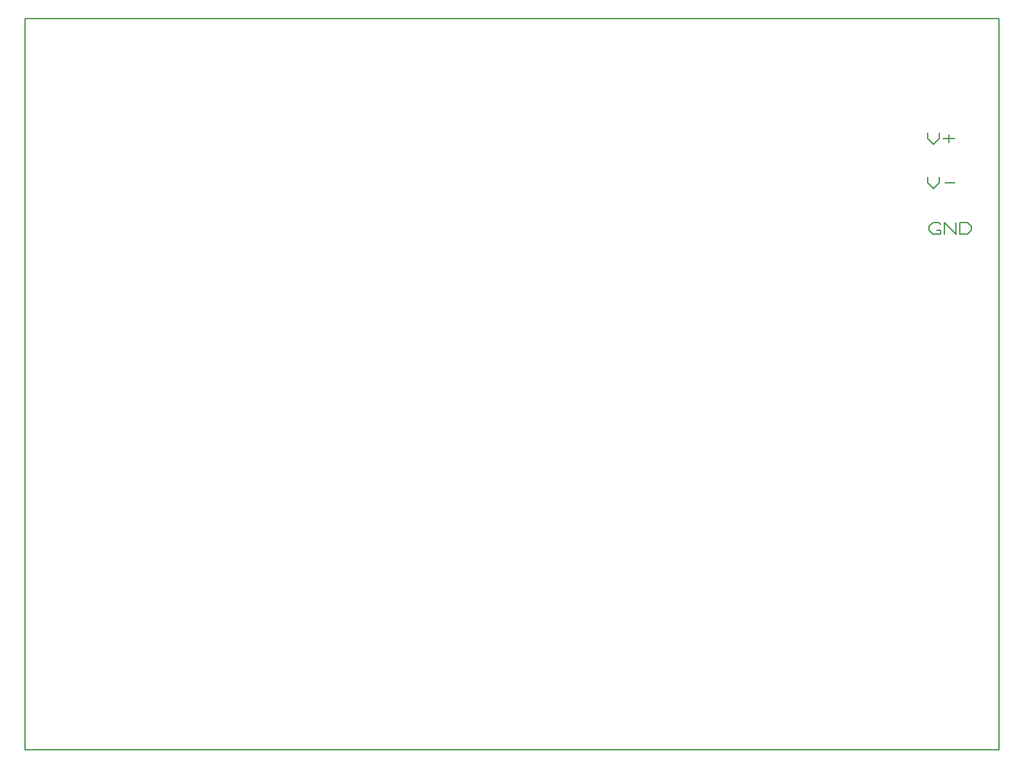
<source format=gbr>
G04 PROTEUS GERBER X2 FILE*
%TF.GenerationSoftware,Labcenter,Proteus,8.8-SP1-Build27031*%
%TF.CreationDate,2019-05-18T07:00:24+00:00*%
%TF.FileFunction,NonPlated,1,2,NPTH*%
%TF.FilePolarity,Positive*%
%TF.Part,Single*%
%TF.SameCoordinates,{a8659aba-65a4-4c0a-9c60-288927405768}*%
%FSLAX45Y45*%
%MOMM*%
G01*
%TA.AperFunction,Profile*%
%ADD19C,0.203200*%
%TD.AperFunction*%
D19*
X-5580000Y-8390000D02*
X+7260000Y-8390000D01*
X+7260000Y+1260000D01*
X-5580000Y+1260000D01*
X-5580000Y-8390000D01*
X+6320000Y-240800D02*
X+6320000Y-317000D01*
X+6396200Y-393200D01*
X+6472400Y-317000D01*
X+6472400Y-240800D01*
X+6523200Y-317000D02*
X+6675600Y-317000D01*
X+6599400Y-266200D02*
X+6599400Y-367800D01*
X+6320000Y-830800D02*
X+6320000Y-907000D01*
X+6396200Y-983200D01*
X+6472400Y-907000D01*
X+6472400Y-830800D01*
X+6548600Y-907000D02*
X+6675600Y-907000D01*
X+6441600Y-1532400D02*
X+6492400Y-1532400D01*
X+6492400Y-1583200D01*
X+6390800Y-1583200D01*
X+6340000Y-1532400D01*
X+6340000Y-1481600D01*
X+6390800Y-1430800D01*
X+6467000Y-1430800D01*
X+6492400Y-1456200D01*
X+6543200Y-1583200D02*
X+6543200Y-1430800D01*
X+6695600Y-1583200D01*
X+6695600Y-1430800D01*
X+6746400Y-1583200D02*
X+6746400Y-1430800D01*
X+6848000Y-1430800D01*
X+6898800Y-1481600D01*
X+6898800Y-1532400D01*
X+6848000Y-1583200D01*
X+6746400Y-1583200D01*
M02*

</source>
